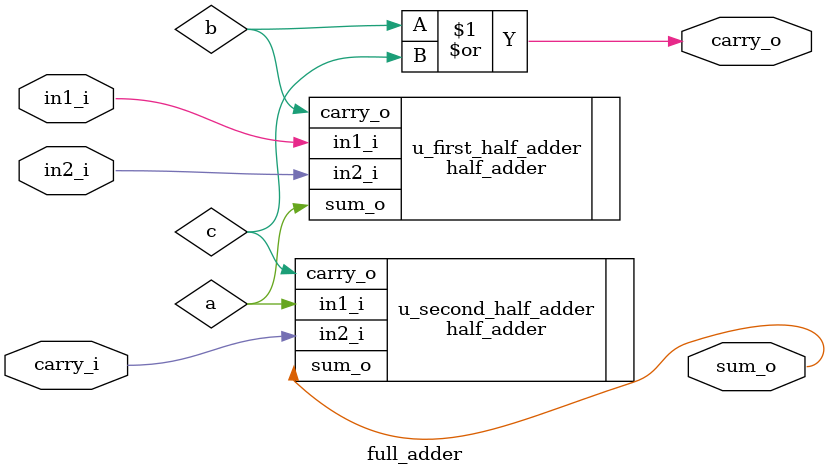
<source format=sv>

module full_adder (
  input logic carry_i,
  input logic in1_i,
  input logic in2_i,

  output logic sum_o,
  output logic carry_o
);
  logic a, b, c;
  half_adder u_first_half_adder (
    .in1_i,
    .in2_i,
    .sum_o(a),
    .carry_o(b)
  );
  half_adder u_second_half_adder (
    .in1_i(a),
    .in2_i(carry_i),
    .sum_o,
    .carry_o(c)
  );
  or u_or (carry_o, b, c);
endmodule : full_adder

</source>
